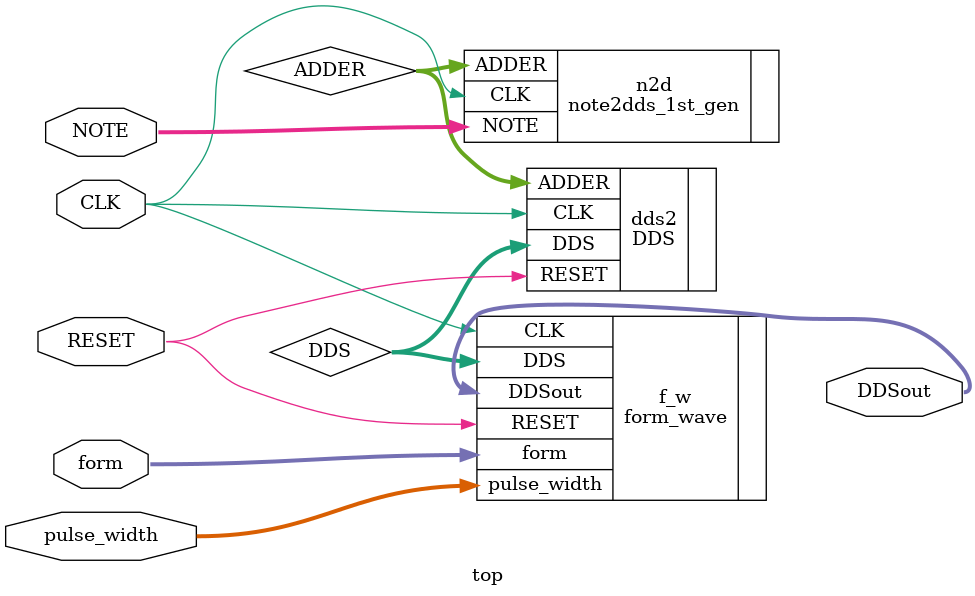
<source format=v>

module top (
input wire CLK,
input wire [7:0] NOTE,  
input wire RESET,  
input wire [2:0] form,  
input wire [6:0] pulse_width,
output wire [31:0] DDSout
);


wire [31:0] ADDER;
wire [31:0] DDS;

note2dds_1st_gen n2d(.CLK(CLK), .NOTE(NOTE), .ADDER(ADDER));
DDS dds2(.CLK(CLK), .RESET(RESET), .ADDER(ADDER), .DDS(DDS));
form_wave f_w(.CLK(CLK), .RESET(RESET), .DDS(DDS), .DDSout(DDSout), .form(form), .pulse_width(pulse_width));

endmodule
</source>
